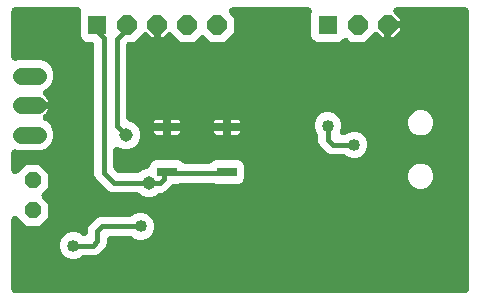
<source format=gbr>
G04 EAGLE Gerber RS-274X export*
G75*
%MOMM*%
%FSLAX34Y34*%
%LPD*%
%INBottom Copper*%
%IPPOS*%
%AMOC8*
5,1,8,0,0,1.08239X$1,22.5*%
G01*
%ADD10C,1.422400*%
%ADD11R,1.625600X1.625600*%
%ADD12P,1.759533X8X112.500000*%
%ADD13R,1.651000X0.762000*%
%ADD14P,1.539592X8X292.500000*%
%ADD15C,1.016000*%
%ADD16C,0.406400*%
%ADD17C,1.143000*%

G36*
X591896Y171253D02*
X591896Y171253D01*
X591972Y171251D01*
X592141Y171273D01*
X592312Y171287D01*
X592386Y171305D01*
X592461Y171315D01*
X592625Y171364D01*
X592791Y171405D01*
X592860Y171435D01*
X592934Y171457D01*
X593087Y171533D01*
X593244Y171600D01*
X593308Y171641D01*
X593377Y171674D01*
X593516Y171773D01*
X593660Y171865D01*
X593717Y171916D01*
X593779Y171960D01*
X593900Y172080D01*
X594028Y172194D01*
X594076Y172253D01*
X594130Y172307D01*
X594231Y172445D01*
X594338Y172578D01*
X594375Y172644D01*
X594420Y172705D01*
X594497Y172858D01*
X594582Y173006D01*
X594608Y173078D01*
X594643Y173146D01*
X594694Y173309D01*
X594753Y173469D01*
X594768Y173544D01*
X594791Y173616D01*
X594803Y173721D01*
X594848Y173953D01*
X594855Y174189D01*
X594867Y174294D01*
X594867Y409906D01*
X594861Y409982D01*
X594863Y410058D01*
X594841Y410227D01*
X594827Y410398D01*
X594809Y410472D01*
X594799Y410547D01*
X594750Y410711D01*
X594709Y410877D01*
X594679Y410946D01*
X594657Y411020D01*
X594581Y411173D01*
X594514Y411330D01*
X594473Y411394D01*
X594440Y411463D01*
X594341Y411602D01*
X594249Y411746D01*
X594198Y411803D01*
X594154Y411865D01*
X594034Y411986D01*
X593920Y412114D01*
X593861Y412162D01*
X593807Y412216D01*
X593669Y412317D01*
X593536Y412424D01*
X593470Y412461D01*
X593409Y412506D01*
X593256Y412583D01*
X593108Y412668D01*
X593036Y412694D01*
X592968Y412729D01*
X592805Y412780D01*
X592645Y412839D01*
X592570Y412854D01*
X592498Y412877D01*
X592393Y412889D01*
X592161Y412934D01*
X591925Y412941D01*
X591820Y412953D01*
X534051Y412953D01*
X534013Y412950D01*
X533975Y412952D01*
X533767Y412930D01*
X533560Y412913D01*
X533523Y412904D01*
X533485Y412900D01*
X533283Y412845D01*
X533081Y412795D01*
X533046Y412780D01*
X533009Y412769D01*
X532819Y412682D01*
X532627Y412600D01*
X532595Y412580D01*
X532561Y412564D01*
X532387Y412447D01*
X532211Y412335D01*
X532183Y412310D01*
X532151Y412288D01*
X531999Y412145D01*
X531843Y412006D01*
X531819Y411977D01*
X531792Y411951D01*
X531664Y411785D01*
X531533Y411622D01*
X531515Y411589D01*
X531491Y411559D01*
X531393Y411375D01*
X531289Y411194D01*
X531276Y411158D01*
X531258Y411124D01*
X531190Y410927D01*
X531118Y410731D01*
X531111Y410694D01*
X531098Y410658D01*
X531063Y410451D01*
X531023Y410247D01*
X531022Y410209D01*
X531016Y410171D01*
X531014Y409962D01*
X531008Y409754D01*
X531013Y409716D01*
X531013Y409678D01*
X531045Y409471D01*
X531072Y409265D01*
X531083Y409228D01*
X531089Y409191D01*
X531154Y408992D01*
X531215Y408793D01*
X531232Y408758D01*
X531243Y408722D01*
X531340Y408537D01*
X531432Y408349D01*
X531454Y408318D01*
X531471Y408284D01*
X531529Y408212D01*
X531717Y407947D01*
X531838Y407825D01*
X531897Y407751D01*
X536957Y402691D01*
X536957Y401319D01*
X526288Y401319D01*
X526212Y401313D01*
X526136Y401316D01*
X525967Y401293D01*
X525797Y401279D01*
X525723Y401261D01*
X525647Y401251D01*
X525483Y401202D01*
X525318Y401161D01*
X525248Y401131D01*
X525175Y401109D01*
X525021Y401034D01*
X524864Y400966D01*
X524800Y400925D01*
X524732Y400892D01*
X524592Y400793D01*
X524448Y400701D01*
X524392Y400650D01*
X524329Y400606D01*
X524208Y400486D01*
X524080Y400372D01*
X524032Y400313D01*
X523978Y400259D01*
X523877Y400121D01*
X523770Y399988D01*
X523732Y399922D01*
X523687Y399860D01*
X523611Y399708D01*
X523526Y399559D01*
X523499Y399488D01*
X523465Y399420D01*
X523414Y399257D01*
X523354Y399097D01*
X523340Y399022D01*
X523317Y398949D01*
X523305Y398845D01*
X523260Y398613D01*
X523252Y398377D01*
X523241Y398272D01*
X523241Y387603D01*
X521869Y387603D01*
X518257Y391215D01*
X518199Y391264D01*
X518147Y391320D01*
X518012Y391424D01*
X517881Y391534D01*
X517816Y391574D01*
X517756Y391620D01*
X517605Y391701D01*
X517459Y391789D01*
X517388Y391817D01*
X517321Y391853D01*
X517159Y391909D01*
X517001Y391972D01*
X516926Y391989D01*
X516854Y392013D01*
X516686Y392042D01*
X516519Y392079D01*
X516443Y392083D01*
X516368Y392096D01*
X516197Y392097D01*
X516026Y392107D01*
X515951Y392098D01*
X515874Y392099D01*
X515705Y392072D01*
X515536Y392054D01*
X515463Y392034D01*
X515387Y392022D01*
X515225Y391969D01*
X515060Y391924D01*
X514991Y391892D01*
X514919Y391868D01*
X514767Y391789D01*
X514612Y391718D01*
X514548Y391675D01*
X514481Y391640D01*
X514399Y391575D01*
X514202Y391443D01*
X514030Y391281D01*
X513948Y391215D01*
X506780Y384047D01*
X494996Y384047D01*
X492723Y386320D01*
X492665Y386369D01*
X492613Y386425D01*
X492478Y386528D01*
X492347Y386639D01*
X492282Y386679D01*
X492222Y386725D01*
X492071Y386806D01*
X491925Y386894D01*
X491854Y386922D01*
X491787Y386958D01*
X491625Y387014D01*
X491467Y387077D01*
X491392Y387093D01*
X491320Y387118D01*
X491152Y387147D01*
X490985Y387184D01*
X490909Y387188D01*
X490834Y387201D01*
X490663Y387202D01*
X490493Y387211D01*
X490417Y387203D01*
X490341Y387204D01*
X490172Y387177D01*
X490002Y387159D01*
X489929Y387139D01*
X489853Y387127D01*
X489691Y387074D01*
X489526Y387029D01*
X489457Y386997D01*
X489385Y386973D01*
X489233Y386894D01*
X489078Y386823D01*
X489015Y386780D01*
X488947Y386745D01*
X488865Y386679D01*
X488669Y386547D01*
X488496Y386386D01*
X488414Y386320D01*
X487069Y384975D01*
X484829Y384047D01*
X466147Y384047D01*
X463906Y384975D01*
X462191Y386690D01*
X461263Y388931D01*
X461263Y407613D01*
X461730Y408740D01*
X461786Y408912D01*
X461848Y409081D01*
X461861Y409146D01*
X461881Y409209D01*
X461908Y409388D01*
X461943Y409565D01*
X461945Y409631D01*
X461955Y409697D01*
X461953Y409878D01*
X461958Y410058D01*
X461950Y410124D01*
X461949Y410191D01*
X461917Y410368D01*
X461894Y410547D01*
X461875Y410611D01*
X461863Y410676D01*
X461804Y410847D01*
X461751Y411020D01*
X461722Y411079D01*
X461700Y411142D01*
X461614Y411300D01*
X461535Y411463D01*
X461496Y411517D01*
X461464Y411575D01*
X461353Y411718D01*
X461249Y411865D01*
X461202Y411912D01*
X461162Y411965D01*
X461029Y412088D01*
X460902Y412216D01*
X460849Y412255D01*
X460800Y412300D01*
X460649Y412400D01*
X460504Y412506D01*
X460444Y412536D01*
X460389Y412573D01*
X460224Y412647D01*
X460063Y412729D01*
X460000Y412749D01*
X459939Y412776D01*
X459765Y412823D01*
X459593Y412877D01*
X459540Y412883D01*
X459463Y412904D01*
X458972Y412953D01*
X458938Y412951D01*
X458915Y412953D01*
X394808Y412953D01*
X394770Y412950D01*
X394732Y412952D01*
X394524Y412930D01*
X394317Y412913D01*
X394279Y412904D01*
X394242Y412900D01*
X394040Y412845D01*
X393838Y412795D01*
X393803Y412780D01*
X393766Y412769D01*
X393576Y412682D01*
X393384Y412600D01*
X393352Y412580D01*
X393317Y412564D01*
X393144Y412447D01*
X392968Y412335D01*
X392940Y412310D01*
X392908Y412288D01*
X392756Y412145D01*
X392600Y412006D01*
X392576Y411977D01*
X392549Y411951D01*
X392421Y411784D01*
X392290Y411622D01*
X392272Y411590D01*
X392248Y411559D01*
X392149Y411375D01*
X392046Y411194D01*
X392033Y411158D01*
X392015Y411124D01*
X391947Y410927D01*
X391875Y410731D01*
X391868Y410694D01*
X391855Y410658D01*
X391820Y410451D01*
X391780Y410247D01*
X391779Y410209D01*
X391773Y410171D01*
X391771Y409962D01*
X391765Y409754D01*
X391770Y409716D01*
X391770Y409678D01*
X391802Y409471D01*
X391829Y409265D01*
X391840Y409228D01*
X391846Y409191D01*
X391911Y408992D01*
X391972Y408793D01*
X391988Y408758D01*
X392000Y408722D01*
X392097Y408537D01*
X392189Y408349D01*
X392211Y408318D01*
X392228Y408284D01*
X392286Y408212D01*
X392474Y407947D01*
X392595Y407825D01*
X392654Y407751D01*
X396241Y404164D01*
X396241Y392380D01*
X387908Y384047D01*
X376124Y384047D01*
X371471Y388700D01*
X371413Y388750D01*
X371360Y388805D01*
X371225Y388909D01*
X371095Y389020D01*
X371029Y389059D01*
X370969Y389106D01*
X370819Y389186D01*
X370672Y389275D01*
X370601Y389303D01*
X370534Y389339D01*
X370373Y389394D01*
X370214Y389458D01*
X370140Y389474D01*
X370068Y389499D01*
X369899Y389527D01*
X369732Y389564D01*
X369656Y389569D01*
X369581Y389581D01*
X369410Y389582D01*
X369240Y389592D01*
X369164Y389584D01*
X369088Y389584D01*
X368919Y389558D01*
X368749Y389540D01*
X368676Y389520D01*
X368601Y389508D01*
X368438Y389454D01*
X368274Y389409D01*
X368204Y389377D01*
X368132Y389354D01*
X367981Y389275D01*
X367825Y389203D01*
X367762Y389161D01*
X367694Y389126D01*
X367612Y389060D01*
X367416Y388928D01*
X367244Y388766D01*
X367161Y388700D01*
X362508Y384047D01*
X350724Y384047D01*
X343556Y391215D01*
X343498Y391264D01*
X343446Y391320D01*
X343310Y391424D01*
X343180Y391534D01*
X343115Y391574D01*
X343055Y391620D01*
X342904Y391701D01*
X342758Y391789D01*
X342687Y391817D01*
X342620Y391853D01*
X342458Y391909D01*
X342300Y391972D01*
X342225Y391989D01*
X342153Y392013D01*
X341985Y392042D01*
X341818Y392079D01*
X341742Y392083D01*
X341667Y392096D01*
X341496Y392097D01*
X341325Y392107D01*
X341250Y392098D01*
X341173Y392099D01*
X341004Y392072D01*
X340835Y392054D01*
X340762Y392034D01*
X340686Y392022D01*
X340524Y391969D01*
X340359Y391924D01*
X340290Y391892D01*
X340218Y391868D01*
X340066Y391789D01*
X339911Y391718D01*
X339848Y391675D01*
X339780Y391640D01*
X339698Y391575D01*
X339501Y391443D01*
X339329Y391281D01*
X339247Y391215D01*
X335635Y387603D01*
X334263Y387603D01*
X334263Y398272D01*
X334257Y398348D01*
X334260Y398424D01*
X334237Y398593D01*
X334223Y398763D01*
X334205Y398837D01*
X334195Y398913D01*
X334146Y399077D01*
X334105Y399242D01*
X334075Y399312D01*
X334053Y399385D01*
X333978Y399539D01*
X333910Y399696D01*
X333869Y399760D01*
X333836Y399828D01*
X333737Y399968D01*
X333645Y400112D01*
X333594Y400168D01*
X333550Y400231D01*
X333430Y400352D01*
X333316Y400480D01*
X333257Y400527D01*
X333204Y400582D01*
X333065Y400682D01*
X332933Y400789D01*
X332866Y400827D01*
X332805Y400872D01*
X332652Y400949D01*
X332504Y401033D01*
X332432Y401060D01*
X332364Y401094D01*
X332202Y401146D01*
X332041Y401205D01*
X331967Y401220D01*
X331894Y401243D01*
X331789Y401254D01*
X331557Y401300D01*
X331321Y401307D01*
X331216Y401319D01*
X331140Y401313D01*
X331064Y401315D01*
X330894Y401293D01*
X330724Y401279D01*
X330650Y401261D01*
X330575Y401251D01*
X330411Y401201D01*
X330245Y401160D01*
X330175Y401130D01*
X330102Y401108D01*
X329949Y401033D01*
X329792Y400966D01*
X329728Y400925D01*
X329659Y400891D01*
X329520Y400792D01*
X329376Y400701D01*
X329319Y400650D01*
X329257Y400606D01*
X329135Y400486D01*
X329008Y400372D01*
X328960Y400313D01*
X328906Y400259D01*
X328805Y400121D01*
X328698Y399988D01*
X328660Y399922D01*
X328615Y399860D01*
X328539Y399708D01*
X328454Y399559D01*
X328427Y399488D01*
X328393Y399420D01*
X328342Y399257D01*
X328282Y399097D01*
X328268Y399022D01*
X328245Y398949D01*
X328233Y398845D01*
X328188Y398613D01*
X328180Y398377D01*
X328169Y398272D01*
X328169Y387603D01*
X326797Y387603D01*
X323185Y391215D01*
X323127Y391264D01*
X323075Y391320D01*
X322940Y391424D01*
X322809Y391534D01*
X322744Y391574D01*
X322684Y391620D01*
X322533Y391701D01*
X322387Y391789D01*
X322316Y391817D01*
X322249Y391853D01*
X322087Y391909D01*
X321929Y391972D01*
X321854Y391989D01*
X321782Y392013D01*
X321614Y392042D01*
X321447Y392079D01*
X321371Y392083D01*
X321296Y392096D01*
X321125Y392097D01*
X320954Y392107D01*
X320879Y392098D01*
X320802Y392099D01*
X320633Y392072D01*
X320464Y392054D01*
X320391Y392034D01*
X320315Y392022D01*
X320153Y391969D01*
X319988Y391924D01*
X319919Y391892D01*
X319847Y391868D01*
X319695Y391789D01*
X319540Y391718D01*
X319476Y391675D01*
X319409Y391640D01*
X319327Y391575D01*
X319130Y391443D01*
X318958Y391281D01*
X318876Y391215D01*
X311708Y384047D01*
X307848Y384047D01*
X307772Y384041D01*
X307696Y384043D01*
X307527Y384021D01*
X307356Y384007D01*
X307282Y383989D01*
X307207Y383979D01*
X307043Y383930D01*
X306877Y383889D01*
X306808Y383859D01*
X306734Y383837D01*
X306581Y383761D01*
X306424Y383694D01*
X306360Y383653D01*
X306291Y383620D01*
X306152Y383521D01*
X306008Y383429D01*
X305951Y383378D01*
X305889Y383334D01*
X305768Y383214D01*
X305640Y383100D01*
X305592Y383041D01*
X305538Y382987D01*
X305437Y382849D01*
X305330Y382716D01*
X305293Y382650D01*
X305248Y382589D01*
X305171Y382436D01*
X305086Y382288D01*
X305060Y382216D01*
X305025Y382148D01*
X304974Y381985D01*
X304915Y381825D01*
X304900Y381750D01*
X304877Y381678D01*
X304865Y381573D01*
X304820Y381341D01*
X304813Y381105D01*
X304801Y381000D01*
X304801Y319621D01*
X304818Y319403D01*
X304832Y319185D01*
X304838Y319157D01*
X304841Y319129D01*
X304893Y318917D01*
X304942Y318704D01*
X304953Y318678D01*
X304959Y318650D01*
X305045Y318450D01*
X305128Y318247D01*
X305143Y318223D01*
X305154Y318197D01*
X305271Y318013D01*
X305385Y317826D01*
X305404Y317805D01*
X305419Y317781D01*
X305564Y317618D01*
X305707Y317452D01*
X305729Y317434D01*
X305748Y317413D01*
X305918Y317276D01*
X306085Y317135D01*
X306105Y317124D01*
X306132Y317103D01*
X306560Y316859D01*
X306636Y316831D01*
X306682Y316805D01*
X311491Y314814D01*
X314814Y311491D01*
X316612Y307150D01*
X316612Y302450D01*
X314814Y298109D01*
X311491Y294786D01*
X307150Y292988D01*
X302451Y292988D01*
X298092Y294794D01*
X297921Y294849D01*
X297751Y294912D01*
X297686Y294924D01*
X297623Y294945D01*
X297444Y294972D01*
X297267Y295006D01*
X297201Y295008D01*
X297135Y295018D01*
X296954Y295016D01*
X296774Y295022D01*
X296708Y295013D01*
X296641Y295012D01*
X296464Y294981D01*
X296285Y294957D01*
X296221Y294938D01*
X296156Y294927D01*
X295986Y294867D01*
X295812Y294815D01*
X295753Y294786D01*
X295690Y294764D01*
X295532Y294677D01*
X295369Y294598D01*
X295315Y294559D01*
X295257Y294528D01*
X295114Y294417D01*
X294967Y294312D01*
X294920Y294266D01*
X294867Y294225D01*
X294744Y294092D01*
X294616Y293966D01*
X294577Y293912D01*
X294532Y293863D01*
X294432Y293713D01*
X294326Y293567D01*
X294296Y293508D01*
X294259Y293452D01*
X294185Y293288D01*
X294103Y293127D01*
X294083Y293063D01*
X294056Y293002D01*
X294009Y292828D01*
X293955Y292656D01*
X293949Y292603D01*
X293928Y292526D01*
X293879Y292035D01*
X293881Y292002D01*
X293879Y291978D01*
X293879Y277679D01*
X293888Y277566D01*
X293887Y277451D01*
X293908Y277320D01*
X293919Y277188D01*
X293946Y277077D01*
X293964Y276964D01*
X294005Y276838D01*
X294037Y276709D01*
X294082Y276604D01*
X294118Y276495D01*
X294180Y276377D01*
X294232Y276255D01*
X294293Y276159D01*
X294346Y276058D01*
X294405Y275984D01*
X294497Y275839D01*
X294713Y275597D01*
X294771Y275525D01*
X296861Y273435D01*
X296947Y273361D01*
X297028Y273280D01*
X297135Y273202D01*
X297236Y273116D01*
X297334Y273057D01*
X297427Y272990D01*
X297545Y272930D01*
X297659Y272861D01*
X297765Y272819D01*
X297867Y272767D01*
X297994Y272727D01*
X298117Y272678D01*
X298228Y272653D01*
X298338Y272619D01*
X298431Y272609D01*
X298599Y272571D01*
X298923Y272553D01*
X299015Y272543D01*
X314012Y272543D01*
X314126Y272552D01*
X314240Y272551D01*
X314372Y272572D01*
X314504Y272583D01*
X314615Y272610D01*
X314728Y272628D01*
X314854Y272669D01*
X314983Y272701D01*
X315088Y272746D01*
X315196Y272782D01*
X315314Y272844D01*
X315436Y272896D01*
X315532Y272957D01*
X315634Y273010D01*
X315707Y273069D01*
X315852Y273161D01*
X316094Y273377D01*
X316167Y273435D01*
X317159Y274428D01*
X321500Y276226D01*
X321981Y276226D01*
X322199Y276243D01*
X322416Y276257D01*
X322444Y276263D01*
X322472Y276266D01*
X322685Y276318D01*
X322897Y276367D01*
X322924Y276378D01*
X322951Y276384D01*
X323152Y276471D01*
X323354Y276553D01*
X323378Y276568D01*
X323405Y276579D01*
X323589Y276696D01*
X323775Y276810D01*
X323797Y276829D01*
X323821Y276844D01*
X323983Y276989D01*
X324149Y277132D01*
X324167Y277154D01*
X324189Y277173D01*
X324325Y277342D01*
X324466Y277510D01*
X324478Y277531D01*
X324499Y277557D01*
X324743Y277985D01*
X324771Y278061D01*
X324796Y278107D01*
X325920Y280822D01*
X327635Y282537D01*
X329876Y283465D01*
X348812Y283465D01*
X351053Y282537D01*
X352026Y281563D01*
X352113Y281489D01*
X352193Y281408D01*
X352300Y281330D01*
X352402Y281244D01*
X352500Y281185D01*
X352592Y281118D01*
X352710Y281058D01*
X352824Y280989D01*
X352931Y280947D01*
X353032Y280895D01*
X353159Y280855D01*
X353282Y280806D01*
X353394Y280781D01*
X353503Y280747D01*
X353596Y280737D01*
X353764Y280699D01*
X354088Y280681D01*
X354181Y280671D01*
X375307Y280671D01*
X375421Y280680D01*
X375535Y280679D01*
X375667Y280700D01*
X375799Y280711D01*
X375910Y280738D01*
X376023Y280756D01*
X376149Y280797D01*
X376278Y280829D01*
X376383Y280874D01*
X376491Y280910D01*
X376609Y280972D01*
X376731Y281024D01*
X376828Y281085D01*
X376929Y281138D01*
X377003Y281197D01*
X377147Y281289D01*
X377390Y281505D01*
X377462Y281563D01*
X378435Y282537D01*
X380676Y283465D01*
X399612Y283465D01*
X401853Y282537D01*
X403568Y280822D01*
X404496Y278581D01*
X404496Y268535D01*
X403568Y266294D01*
X401853Y264579D01*
X399612Y263651D01*
X380676Y263651D01*
X379397Y264181D01*
X379387Y264184D01*
X379379Y264189D01*
X379151Y264261D01*
X378927Y264333D01*
X378918Y264334D01*
X378908Y264337D01*
X378868Y264341D01*
X378439Y264406D01*
X378309Y264404D01*
X378231Y264413D01*
X351257Y264413D01*
X351248Y264412D01*
X351238Y264413D01*
X351003Y264393D01*
X350766Y264373D01*
X350756Y264371D01*
X350747Y264370D01*
X350708Y264359D01*
X350287Y264255D01*
X350167Y264203D01*
X350091Y264181D01*
X348812Y263651D01*
X345497Y263651D01*
X345384Y263642D01*
X345269Y263643D01*
X345138Y263622D01*
X345006Y263611D01*
X344895Y263584D01*
X344782Y263566D01*
X344656Y263525D01*
X344527Y263493D01*
X344422Y263448D01*
X344313Y263412D01*
X344195Y263350D01*
X344073Y263298D01*
X343977Y263237D01*
X343876Y263184D01*
X343802Y263125D01*
X343657Y263033D01*
X343415Y262817D01*
X343343Y262759D01*
X337853Y257269D01*
X334865Y256031D01*
X333434Y256031D01*
X333320Y256022D01*
X333206Y256023D01*
X333074Y256002D01*
X332942Y255991D01*
X332831Y255964D01*
X332718Y255946D01*
X332592Y255905D01*
X332463Y255873D01*
X332358Y255828D01*
X332250Y255792D01*
X332132Y255730D01*
X332010Y255678D01*
X331914Y255617D01*
X331812Y255564D01*
X331739Y255505D01*
X331594Y255413D01*
X331352Y255197D01*
X331279Y255139D01*
X330541Y254400D01*
X326200Y252602D01*
X321500Y252602D01*
X317159Y254400D01*
X316167Y255393D01*
X316080Y255467D01*
X316000Y255548D01*
X315892Y255626D01*
X315791Y255712D01*
X315693Y255771D01*
X315601Y255838D01*
X315482Y255898D01*
X315368Y255967D01*
X315262Y256009D01*
X315160Y256061D01*
X315034Y256101D01*
X314910Y256150D01*
X314799Y256175D01*
X314690Y256209D01*
X314596Y256219D01*
X314429Y256257D01*
X314104Y256275D01*
X314012Y256285D01*
X292769Y256285D01*
X289781Y257523D01*
X278859Y268445D01*
X277621Y271433D01*
X277621Y381000D01*
X277615Y381076D01*
X277617Y381152D01*
X277595Y381321D01*
X277581Y381492D01*
X277563Y381566D01*
X277553Y381641D01*
X277504Y381805D01*
X277463Y381971D01*
X277433Y382040D01*
X277411Y382114D01*
X277335Y382267D01*
X277268Y382424D01*
X277227Y382488D01*
X277194Y382557D01*
X277095Y382696D01*
X277003Y382840D01*
X276952Y382897D01*
X276908Y382959D01*
X276788Y383080D01*
X276674Y383208D01*
X276615Y383256D01*
X276561Y383310D01*
X276423Y383411D01*
X276290Y383518D01*
X276224Y383555D01*
X276163Y383600D01*
X276010Y383677D01*
X275862Y383762D01*
X275790Y383788D01*
X275722Y383823D01*
X275559Y383874D01*
X275399Y383933D01*
X275324Y383948D01*
X275252Y383971D01*
X275147Y383983D01*
X274915Y384028D01*
X274679Y384035D01*
X274574Y384047D01*
X271075Y384047D01*
X268834Y384975D01*
X267119Y386690D01*
X266191Y388931D01*
X266191Y407613D01*
X266658Y408740D01*
X266714Y408912D01*
X266776Y409081D01*
X266789Y409146D01*
X266809Y409209D01*
X266836Y409388D01*
X266871Y409565D01*
X266873Y409631D01*
X266883Y409697D01*
X266881Y409878D01*
X266886Y410058D01*
X266878Y410124D01*
X266877Y410191D01*
X266845Y410368D01*
X266822Y410547D01*
X266803Y410611D01*
X266791Y410676D01*
X266732Y410847D01*
X266679Y411020D01*
X266650Y411079D01*
X266628Y411142D01*
X266542Y411300D01*
X266463Y411463D01*
X266424Y411517D01*
X266392Y411575D01*
X266281Y411718D01*
X266177Y411865D01*
X266130Y411912D01*
X266090Y411965D01*
X265957Y412088D01*
X265830Y412216D01*
X265777Y412255D01*
X265728Y412300D01*
X265577Y412400D01*
X265432Y412506D01*
X265372Y412536D01*
X265317Y412573D01*
X265152Y412647D01*
X264991Y412729D01*
X264928Y412749D01*
X264867Y412776D01*
X264693Y412823D01*
X264521Y412877D01*
X264468Y412883D01*
X264391Y412904D01*
X263900Y412953D01*
X263866Y412951D01*
X263843Y412953D01*
X210692Y412953D01*
X210616Y412947D01*
X210540Y412949D01*
X210371Y412927D01*
X210200Y412913D01*
X210126Y412895D01*
X210051Y412885D01*
X209887Y412836D01*
X209721Y412795D01*
X209652Y412765D01*
X209578Y412743D01*
X209425Y412667D01*
X209268Y412600D01*
X209204Y412559D01*
X209135Y412526D01*
X208996Y412427D01*
X208852Y412335D01*
X208795Y412284D01*
X208733Y412240D01*
X208612Y412120D01*
X208484Y412006D01*
X208436Y411947D01*
X208382Y411893D01*
X208281Y411755D01*
X208174Y411622D01*
X208137Y411556D01*
X208092Y411495D01*
X208015Y411342D01*
X207930Y411194D01*
X207904Y411122D01*
X207869Y411054D01*
X207818Y410891D01*
X207759Y410731D01*
X207744Y410656D01*
X207721Y410584D01*
X207709Y410479D01*
X207664Y410247D01*
X207657Y410011D01*
X207645Y409906D01*
X207645Y370760D01*
X207659Y370580D01*
X207666Y370400D01*
X207679Y370335D01*
X207685Y370269D01*
X207728Y370093D01*
X207764Y369917D01*
X207787Y369854D01*
X207803Y369790D01*
X207875Y369624D01*
X207938Y369455D01*
X207972Y369397D01*
X207998Y369336D01*
X208095Y369184D01*
X208185Y369028D01*
X208227Y368976D01*
X208263Y368920D01*
X208383Y368786D01*
X208498Y368646D01*
X208547Y368602D01*
X208592Y368552D01*
X208732Y368439D01*
X208867Y368320D01*
X208924Y368284D01*
X208976Y368242D01*
X209132Y368153D01*
X209285Y368057D01*
X209346Y368031D01*
X209404Y367998D01*
X209574Y367936D01*
X209740Y367866D01*
X209804Y367850D01*
X209867Y367827D01*
X210044Y367792D01*
X210219Y367750D01*
X210286Y367745D01*
X210351Y367732D01*
X210531Y367727D01*
X210711Y367713D01*
X210778Y367719D01*
X210844Y367717D01*
X211023Y367740D01*
X211203Y367756D01*
X211253Y367771D01*
X211333Y367781D01*
X211805Y367924D01*
X211836Y367939D01*
X211858Y367945D01*
X213007Y368421D01*
X232485Y368421D01*
X237340Y366410D01*
X241056Y362694D01*
X243067Y357839D01*
X243067Y352585D01*
X241056Y347730D01*
X237340Y344014D01*
X235962Y343443D01*
X235808Y343364D01*
X235651Y343293D01*
X235589Y343252D01*
X235523Y343218D01*
X235384Y343116D01*
X235240Y343020D01*
X235186Y342969D01*
X235126Y342925D01*
X235006Y342802D01*
X234879Y342684D01*
X234833Y342625D01*
X234782Y342572D01*
X234682Y342431D01*
X234576Y342294D01*
X234541Y342229D01*
X234499Y342168D01*
X234424Y342012D01*
X234341Y341860D01*
X234317Y341790D01*
X234285Y341724D01*
X234236Y341558D01*
X234179Y341394D01*
X234166Y341321D01*
X234145Y341250D01*
X234124Y341079D01*
X234094Y340908D01*
X234093Y340834D01*
X234084Y340761D01*
X234090Y340588D01*
X234088Y340415D01*
X234099Y340342D01*
X234102Y340268D01*
X234136Y340099D01*
X234162Y339927D01*
X234185Y339857D01*
X234200Y339784D01*
X234261Y339623D01*
X234314Y339458D01*
X234348Y339392D01*
X234374Y339323D01*
X234461Y339173D01*
X234540Y339019D01*
X234584Y338960D01*
X234621Y338896D01*
X234731Y338762D01*
X234834Y338623D01*
X234876Y338584D01*
X234934Y338514D01*
X235303Y338187D01*
X235324Y338174D01*
X235337Y338163D01*
X236146Y337575D01*
X237221Y336500D01*
X238114Y335271D01*
X238804Y333917D01*
X239017Y333259D01*
X222746Y333259D01*
X222670Y333253D01*
X222594Y333256D01*
X222425Y333233D01*
X222255Y333219D01*
X222181Y333201D01*
X222105Y333191D01*
X221941Y333142D01*
X221776Y333101D01*
X221706Y333071D01*
X221633Y333049D01*
X221479Y332974D01*
X221322Y332906D01*
X221258Y332865D01*
X221190Y332832D01*
X221050Y332733D01*
X220906Y332641D01*
X220850Y332590D01*
X220787Y332546D01*
X220666Y332426D01*
X220538Y332312D01*
X220491Y332253D01*
X220436Y332200D01*
X220336Y332061D01*
X220229Y331929D01*
X220191Y331862D01*
X220146Y331801D01*
X220069Y331648D01*
X219985Y331500D01*
X219958Y331428D01*
X219924Y331360D01*
X219872Y331198D01*
X219813Y331037D01*
X219798Y330963D01*
X219775Y330890D01*
X219764Y330785D01*
X219718Y330553D01*
X219711Y330317D01*
X219699Y330212D01*
X219705Y330136D01*
X219703Y330060D01*
X219725Y329890D01*
X219739Y329720D01*
X219757Y329646D01*
X219767Y329571D01*
X219817Y329407D01*
X219858Y329241D01*
X219888Y329171D01*
X219910Y329098D01*
X219985Y328945D01*
X220052Y328788D01*
X220093Y328724D01*
X220127Y328655D01*
X220226Y328516D01*
X220317Y328372D01*
X220368Y328315D01*
X220412Y328253D01*
X220532Y328131D01*
X220646Y328004D01*
X220705Y327956D01*
X220759Y327902D01*
X220897Y327801D01*
X221030Y327694D01*
X221096Y327656D01*
X221158Y327611D01*
X221310Y327535D01*
X221459Y327450D01*
X221530Y327423D01*
X221598Y327389D01*
X221761Y327338D01*
X221921Y327278D01*
X221996Y327264D01*
X222069Y327241D01*
X222173Y327229D01*
X222405Y327184D01*
X222641Y327176D01*
X222746Y327165D01*
X239017Y327165D01*
X238804Y326507D01*
X238114Y325153D01*
X237221Y323924D01*
X236146Y322849D01*
X235337Y322261D01*
X235206Y322149D01*
X235069Y322043D01*
X235019Y321988D01*
X234963Y321940D01*
X234851Y321808D01*
X234734Y321681D01*
X234693Y321619D01*
X234645Y321562D01*
X234557Y321414D01*
X234461Y321270D01*
X234430Y321202D01*
X234393Y321139D01*
X234329Y320978D01*
X234258Y320820D01*
X234239Y320748D01*
X234212Y320680D01*
X234175Y320511D01*
X234130Y320344D01*
X234123Y320270D01*
X234107Y320197D01*
X234099Y320025D01*
X234081Y319853D01*
X234086Y319779D01*
X234082Y319705D01*
X234101Y319533D01*
X234112Y319360D01*
X234129Y319288D01*
X234137Y319214D01*
X234183Y319048D01*
X234222Y318879D01*
X234250Y318811D01*
X234270Y318739D01*
X234343Y318583D01*
X234408Y318422D01*
X234447Y318359D01*
X234478Y318292D01*
X234575Y318149D01*
X234665Y318002D01*
X234714Y317945D01*
X234755Y317884D01*
X234874Y317759D01*
X234987Y317628D01*
X235044Y317580D01*
X235095Y317526D01*
X235233Y317422D01*
X235365Y317311D01*
X235416Y317282D01*
X235488Y317228D01*
X235924Y316997D01*
X235947Y316989D01*
X235962Y316981D01*
X237340Y316410D01*
X241056Y312694D01*
X243067Y307839D01*
X243067Y302585D01*
X241056Y297730D01*
X237340Y294014D01*
X232485Y292003D01*
X213007Y292003D01*
X211858Y292479D01*
X211687Y292534D01*
X211517Y292597D01*
X211452Y292610D01*
X211389Y292630D01*
X211210Y292657D01*
X211033Y292692D01*
X210967Y292694D01*
X210901Y292704D01*
X210720Y292702D01*
X210540Y292707D01*
X210474Y292698D01*
X210407Y292698D01*
X210230Y292666D01*
X210051Y292643D01*
X209987Y292623D01*
X209922Y292612D01*
X209751Y292552D01*
X209578Y292500D01*
X209519Y292471D01*
X209456Y292449D01*
X209298Y292363D01*
X209135Y292283D01*
X209081Y292245D01*
X209023Y292213D01*
X208880Y292102D01*
X208733Y291998D01*
X208686Y291951D01*
X208633Y291910D01*
X208510Y291778D01*
X208382Y291651D01*
X208343Y291597D01*
X208298Y291549D01*
X208198Y291398D01*
X208092Y291252D01*
X208062Y291193D01*
X208025Y291138D01*
X207951Y290973D01*
X207869Y290812D01*
X207849Y290748D01*
X207822Y290688D01*
X207775Y290514D01*
X207721Y290341D01*
X207715Y290289D01*
X207694Y290211D01*
X207645Y289720D01*
X207647Y289687D01*
X207645Y289664D01*
X207645Y274575D01*
X207648Y274537D01*
X207646Y274499D01*
X207668Y274292D01*
X207685Y274084D01*
X207694Y274047D01*
X207698Y274009D01*
X207753Y273808D01*
X207803Y273605D01*
X207818Y273570D01*
X207829Y273533D01*
X207916Y273343D01*
X207998Y273151D01*
X208018Y273119D01*
X208034Y273085D01*
X208151Y272911D01*
X208263Y272735D01*
X208288Y272707D01*
X208310Y272675D01*
X208453Y272523D01*
X208592Y272368D01*
X208621Y272344D01*
X208647Y272316D01*
X208813Y272189D01*
X208976Y272058D01*
X209009Y272039D01*
X209039Y272016D01*
X209223Y271917D01*
X209404Y271814D01*
X209440Y271800D01*
X209474Y271782D01*
X209671Y271715D01*
X209867Y271642D01*
X209904Y271635D01*
X209940Y271622D01*
X210147Y271587D01*
X210351Y271547D01*
X210389Y271546D01*
X210427Y271540D01*
X210636Y271538D01*
X210844Y271532D01*
X210882Y271537D01*
X210920Y271537D01*
X211127Y271569D01*
X211333Y271596D01*
X211370Y271607D01*
X211407Y271613D01*
X211606Y271679D01*
X211805Y271739D01*
X211840Y271756D01*
X211876Y271768D01*
X212061Y271864D01*
X212249Y271956D01*
X212280Y271978D01*
X212314Y271995D01*
X212386Y272053D01*
X212651Y272241D01*
X212773Y272362D01*
X212847Y272421D01*
X220335Y279909D01*
X231277Y279909D01*
X239015Y272171D01*
X239015Y261229D01*
X233941Y256155D01*
X233891Y256097D01*
X233836Y256045D01*
X233732Y255909D01*
X233621Y255779D01*
X233582Y255713D01*
X233536Y255653D01*
X233455Y255503D01*
X233367Y255356D01*
X233338Y255286D01*
X233302Y255218D01*
X233247Y255057D01*
X233184Y254898D01*
X233167Y254824D01*
X233142Y254752D01*
X233114Y254583D01*
X233077Y254417D01*
X233072Y254340D01*
X233060Y254265D01*
X233059Y254094D01*
X233049Y253924D01*
X233057Y253848D01*
X233057Y253772D01*
X233083Y253603D01*
X233101Y253433D01*
X233121Y253360D01*
X233133Y253285D01*
X233187Y253122D01*
X233232Y252958D01*
X233264Y252888D01*
X233288Y252816D01*
X233366Y252665D01*
X233438Y252509D01*
X233480Y252446D01*
X233515Y252378D01*
X233581Y252296D01*
X233713Y252100D01*
X233875Y251927D01*
X233941Y251845D01*
X239015Y246771D01*
X239015Y235829D01*
X231277Y228091D01*
X220335Y228091D01*
X212847Y235579D01*
X212818Y235604D01*
X212792Y235632D01*
X212630Y235763D01*
X212471Y235899D01*
X212438Y235919D01*
X212408Y235942D01*
X212227Y236046D01*
X212048Y236153D01*
X212013Y236168D01*
X211980Y236186D01*
X211784Y236259D01*
X211590Y236336D01*
X211553Y236345D01*
X211517Y236358D01*
X211312Y236398D01*
X211108Y236443D01*
X211070Y236445D01*
X211033Y236453D01*
X210825Y236459D01*
X210616Y236471D01*
X210578Y236467D01*
X210540Y236468D01*
X210333Y236441D01*
X210125Y236419D01*
X210089Y236409D01*
X210051Y236404D01*
X209851Y236343D01*
X209650Y236288D01*
X209615Y236272D01*
X209578Y236261D01*
X209391Y236169D01*
X209201Y236082D01*
X209169Y236061D01*
X209135Y236044D01*
X208966Y235924D01*
X208792Y235807D01*
X208764Y235781D01*
X208733Y235759D01*
X208585Y235612D01*
X208432Y235469D01*
X208409Y235439D01*
X208382Y235412D01*
X208259Y235243D01*
X208132Y235078D01*
X208114Y235044D01*
X208092Y235013D01*
X207998Y234827D01*
X207899Y234643D01*
X207886Y234607D01*
X207869Y234573D01*
X207807Y234374D01*
X207739Y234176D01*
X207733Y234139D01*
X207721Y234102D01*
X207711Y234010D01*
X207656Y233690D01*
X207655Y233518D01*
X207645Y233425D01*
X207645Y174294D01*
X207651Y174218D01*
X207649Y174142D01*
X207671Y173973D01*
X207685Y173802D01*
X207703Y173728D01*
X207713Y173653D01*
X207762Y173489D01*
X207803Y173323D01*
X207833Y173254D01*
X207855Y173180D01*
X207931Y173027D01*
X207998Y172870D01*
X208039Y172806D01*
X208072Y172737D01*
X208171Y172598D01*
X208263Y172454D01*
X208314Y172397D01*
X208358Y172335D01*
X208478Y172214D01*
X208592Y172086D01*
X208651Y172038D01*
X208705Y171984D01*
X208843Y171883D01*
X208976Y171776D01*
X209042Y171739D01*
X209103Y171694D01*
X209256Y171617D01*
X209404Y171532D01*
X209476Y171506D01*
X209544Y171471D01*
X209707Y171420D01*
X209867Y171361D01*
X209942Y171346D01*
X210014Y171323D01*
X210119Y171311D01*
X210351Y171266D01*
X210587Y171259D01*
X210692Y171247D01*
X591820Y171247D01*
X591896Y171253D01*
G37*
%LPC*%
G36*
X257873Y200151D02*
X257873Y200151D01*
X253765Y201853D01*
X250621Y204997D01*
X248919Y209105D01*
X248919Y213551D01*
X250621Y217659D01*
X253765Y220803D01*
X257873Y222505D01*
X262319Y222505D01*
X266427Y220803D01*
X266881Y220349D01*
X266968Y220275D01*
X267048Y220194D01*
X267156Y220116D01*
X267257Y220030D01*
X267355Y219971D01*
X267447Y219904D01*
X267565Y219844D01*
X267680Y219775D01*
X267786Y219733D01*
X267888Y219681D01*
X268014Y219641D01*
X268138Y219592D01*
X268249Y219567D01*
X268358Y219533D01*
X268452Y219523D01*
X268619Y219485D01*
X268944Y219467D01*
X269036Y219457D01*
X269240Y219457D01*
X269316Y219463D01*
X269392Y219461D01*
X269561Y219483D01*
X269732Y219497D01*
X269806Y219515D01*
X269881Y219525D01*
X270045Y219574D01*
X270211Y219615D01*
X270280Y219645D01*
X270354Y219667D01*
X270507Y219743D01*
X270664Y219810D01*
X270728Y219851D01*
X270797Y219884D01*
X270936Y219983D01*
X271080Y220075D01*
X271137Y220126D01*
X271199Y220170D01*
X271320Y220290D01*
X271448Y220404D01*
X271496Y220463D01*
X271550Y220517D01*
X271651Y220655D01*
X271758Y220788D01*
X271795Y220854D01*
X271840Y220915D01*
X271917Y221068D01*
X272002Y221216D01*
X272028Y221288D01*
X272063Y221356D01*
X272114Y221519D01*
X272173Y221679D01*
X272188Y221754D01*
X272211Y221826D01*
X272223Y221931D01*
X272268Y222163D01*
X272275Y222399D01*
X272287Y222504D01*
X272287Y225137D01*
X273525Y228125D01*
X279875Y234475D01*
X282863Y235713D01*
X308052Y235713D01*
X308166Y235722D01*
X308280Y235721D01*
X308412Y235742D01*
X308544Y235753D01*
X308655Y235780D01*
X308768Y235798D01*
X308894Y235839D01*
X309023Y235871D01*
X309128Y235916D01*
X309236Y235952D01*
X309354Y236013D01*
X309476Y236066D01*
X309573Y236127D01*
X309674Y236180D01*
X309747Y236239D01*
X309892Y236331D01*
X310134Y236547D01*
X310207Y236605D01*
X310661Y237059D01*
X314769Y238761D01*
X319215Y238761D01*
X323323Y237059D01*
X326467Y233915D01*
X328169Y229807D01*
X328169Y225361D01*
X326467Y221253D01*
X323323Y218109D01*
X319215Y216407D01*
X314769Y216407D01*
X310661Y218109D01*
X310207Y218563D01*
X310120Y218637D01*
X310040Y218718D01*
X309932Y218796D01*
X309831Y218882D01*
X309733Y218941D01*
X309641Y219008D01*
X309522Y219068D01*
X309409Y219137D01*
X309302Y219179D01*
X309201Y219231D01*
X309074Y219271D01*
X308950Y219320D01*
X308839Y219345D01*
X308730Y219379D01*
X308637Y219389D01*
X308469Y219427D01*
X308144Y219445D01*
X308052Y219455D01*
X291592Y219455D01*
X291516Y219449D01*
X291440Y219451D01*
X291271Y219429D01*
X291100Y219415D01*
X291026Y219397D01*
X290951Y219387D01*
X290787Y219338D01*
X290621Y219297D01*
X290552Y219267D01*
X290478Y219245D01*
X290325Y219169D01*
X290168Y219102D01*
X290104Y219061D01*
X290035Y219028D01*
X289896Y218929D01*
X289752Y218837D01*
X289695Y218786D01*
X289633Y218742D01*
X289512Y218622D01*
X289384Y218508D01*
X289336Y218449D01*
X289282Y218395D01*
X289181Y218257D01*
X289074Y218124D01*
X289037Y218058D01*
X288992Y217997D01*
X288915Y217844D01*
X288830Y217696D01*
X288804Y217624D01*
X288769Y217556D01*
X288718Y217393D01*
X288659Y217233D01*
X288644Y217158D01*
X288621Y217086D01*
X288609Y216981D01*
X288564Y216749D01*
X288557Y216513D01*
X288545Y216408D01*
X288545Y213775D01*
X287307Y210787D01*
X280957Y204437D01*
X277969Y203199D01*
X269036Y203199D01*
X268922Y203190D01*
X268808Y203191D01*
X268676Y203170D01*
X268544Y203159D01*
X268433Y203132D01*
X268320Y203114D01*
X268194Y203073D01*
X268065Y203041D01*
X267960Y202996D01*
X267852Y202960D01*
X267734Y202898D01*
X267612Y202846D01*
X267516Y202785D01*
X267414Y202732D01*
X267341Y202673D01*
X267196Y202581D01*
X266954Y202365D01*
X266881Y202307D01*
X266427Y201853D01*
X262319Y200151D01*
X257873Y200151D01*
G37*
%LPD*%
%LPC*%
G36*
X495617Y285495D02*
X495617Y285495D01*
X491509Y287197D01*
X491055Y287651D01*
X490968Y287725D01*
X490888Y287806D01*
X490780Y287884D01*
X490679Y287970D01*
X490581Y288029D01*
X490489Y288096D01*
X490371Y288156D01*
X490256Y288225D01*
X490150Y288267D01*
X490048Y288319D01*
X489922Y288359D01*
X489798Y288408D01*
X489687Y288433D01*
X489578Y288467D01*
X489484Y288477D01*
X489317Y288515D01*
X488992Y288533D01*
X488900Y288543D01*
X477935Y288543D01*
X474947Y289781D01*
X468597Y296131D01*
X467359Y299119D01*
X467359Y303988D01*
X467350Y304102D01*
X467351Y304216D01*
X467330Y304348D01*
X467319Y304480D01*
X467292Y304591D01*
X467274Y304704D01*
X467233Y304830D01*
X467201Y304959D01*
X467156Y305064D01*
X467120Y305172D01*
X467058Y305290D01*
X467006Y305412D01*
X466945Y305508D01*
X466892Y305610D01*
X466833Y305683D01*
X466741Y305828D01*
X466525Y306070D01*
X466467Y306143D01*
X466013Y306597D01*
X464311Y310705D01*
X464311Y315151D01*
X466013Y319259D01*
X469157Y322403D01*
X473265Y324105D01*
X477711Y324105D01*
X481819Y322403D01*
X484963Y319259D01*
X486665Y315151D01*
X486665Y310705D01*
X485964Y309014D01*
X485909Y308842D01*
X485846Y308673D01*
X485834Y308608D01*
X485813Y308545D01*
X485786Y308366D01*
X485752Y308189D01*
X485750Y308123D01*
X485740Y308057D01*
X485742Y307876D01*
X485736Y307696D01*
X485745Y307630D01*
X485746Y307563D01*
X485777Y307386D01*
X485801Y307207D01*
X485820Y307143D01*
X485831Y307078D01*
X485891Y306908D01*
X485943Y306734D01*
X485972Y306675D01*
X485994Y306612D01*
X486081Y306453D01*
X486160Y306291D01*
X486198Y306237D01*
X486230Y306179D01*
X486341Y306036D01*
X486446Y305889D01*
X486492Y305842D01*
X486533Y305789D01*
X486666Y305666D01*
X486792Y305538D01*
X486846Y305499D01*
X486895Y305454D01*
X487045Y305354D01*
X487191Y305248D01*
X487250Y305218D01*
X487306Y305181D01*
X487470Y305107D01*
X487631Y305025D01*
X487695Y305005D01*
X487756Y304978D01*
X487930Y304931D01*
X488102Y304877D01*
X488155Y304871D01*
X488232Y304850D01*
X488723Y304801D01*
X488756Y304803D01*
X488780Y304801D01*
X488900Y304801D01*
X489014Y304810D01*
X489128Y304809D01*
X489260Y304830D01*
X489392Y304841D01*
X489503Y304868D01*
X489616Y304886D01*
X489742Y304927D01*
X489871Y304959D01*
X489976Y305004D01*
X490084Y305040D01*
X490202Y305102D01*
X490324Y305154D01*
X490420Y305215D01*
X490522Y305268D01*
X490595Y305327D01*
X490740Y305419D01*
X490982Y305635D01*
X491055Y305693D01*
X491509Y306147D01*
X495617Y307849D01*
X500063Y307849D01*
X504171Y306147D01*
X507315Y303003D01*
X509017Y298895D01*
X509017Y294449D01*
X507315Y290341D01*
X504171Y287197D01*
X500063Y285495D01*
X495617Y285495D01*
G37*
%LPD*%
%LPC*%
G36*
X552160Y304511D02*
X552160Y304511D01*
X548265Y306125D01*
X545285Y309105D01*
X543671Y313000D01*
X543671Y317216D01*
X545285Y321111D01*
X548265Y324091D01*
X552160Y325705D01*
X556376Y325705D01*
X560271Y324091D01*
X563251Y321111D01*
X564865Y317216D01*
X564865Y313000D01*
X563251Y309105D01*
X560271Y306125D01*
X556376Y304511D01*
X552160Y304511D01*
G37*
%LPD*%
%LPC*%
G36*
X552160Y259511D02*
X552160Y259511D01*
X548265Y261125D01*
X545285Y264105D01*
X543671Y268000D01*
X543671Y272216D01*
X545285Y276111D01*
X548265Y279091D01*
X552160Y280705D01*
X556376Y280705D01*
X560271Y279091D01*
X563251Y276111D01*
X564865Y272216D01*
X564865Y268000D01*
X563251Y264105D01*
X560271Y261125D01*
X556376Y259511D01*
X552160Y259511D01*
G37*
%LPD*%
%LPC*%
G36*
X529335Y387603D02*
X529335Y387603D01*
X529335Y395225D01*
X536957Y395225D01*
X536957Y393853D01*
X530707Y387603D01*
X529335Y387603D01*
G37*
%LPD*%
%LPC*%
G36*
X342391Y314705D02*
X342391Y314705D01*
X342391Y318009D01*
X347934Y318009D01*
X348580Y317836D01*
X349159Y317501D01*
X349632Y317028D01*
X349967Y316449D01*
X350140Y315803D01*
X350140Y314705D01*
X342391Y314705D01*
G37*
%LPD*%
%LPC*%
G36*
X393191Y314705D02*
X393191Y314705D01*
X393191Y318009D01*
X398734Y318009D01*
X399380Y317836D01*
X399959Y317501D01*
X400432Y317028D01*
X400767Y316449D01*
X400940Y315803D01*
X400940Y314705D01*
X393191Y314705D01*
G37*
%LPD*%
%LPC*%
G36*
X328548Y314705D02*
X328548Y314705D01*
X328548Y315803D01*
X328721Y316449D01*
X329056Y317028D01*
X329529Y317501D01*
X330108Y317836D01*
X330754Y318009D01*
X336297Y318009D01*
X336297Y314705D01*
X328548Y314705D01*
G37*
%LPD*%
%LPC*%
G36*
X379348Y314705D02*
X379348Y314705D01*
X379348Y315803D01*
X379521Y316449D01*
X379856Y317028D01*
X380329Y317501D01*
X380908Y317836D01*
X381554Y318009D01*
X387097Y318009D01*
X387097Y314705D01*
X379348Y314705D01*
G37*
%LPD*%
%LPC*%
G36*
X342391Y305307D02*
X342391Y305307D01*
X342391Y308611D01*
X350140Y308611D01*
X350140Y307513D01*
X349967Y306867D01*
X349632Y306288D01*
X349159Y305815D01*
X348580Y305480D01*
X347934Y305307D01*
X342391Y305307D01*
G37*
%LPD*%
%LPC*%
G36*
X393191Y305307D02*
X393191Y305307D01*
X393191Y308611D01*
X400940Y308611D01*
X400940Y307513D01*
X400767Y306867D01*
X400432Y306288D01*
X399959Y305815D01*
X399380Y305480D01*
X398734Y305307D01*
X393191Y305307D01*
G37*
%LPD*%
%LPC*%
G36*
X381554Y305307D02*
X381554Y305307D01*
X380908Y305480D01*
X380329Y305815D01*
X379856Y306288D01*
X379521Y306867D01*
X379348Y307513D01*
X379348Y308611D01*
X387097Y308611D01*
X387097Y305307D01*
X381554Y305307D01*
G37*
%LPD*%
%LPC*%
G36*
X330754Y305307D02*
X330754Y305307D01*
X330108Y305480D01*
X329529Y305815D01*
X329056Y306288D01*
X328721Y306867D01*
X328548Y307513D01*
X328548Y308611D01*
X336297Y308611D01*
X336297Y305307D01*
X330754Y305307D01*
G37*
%LPD*%
D10*
X215634Y330212D02*
X229858Y330212D01*
X229858Y305212D02*
X215634Y305212D01*
X215634Y355212D02*
X229858Y355212D01*
D11*
X280416Y398272D03*
D12*
X305816Y398272D03*
X331216Y398272D03*
X356616Y398272D03*
X382016Y398272D03*
D11*
X475488Y398272D03*
D12*
X500888Y398272D03*
X526288Y398272D03*
D13*
X339344Y273558D03*
X390144Y273558D03*
X339344Y311658D03*
X390144Y311658D03*
D14*
X225806Y266700D03*
X225806Y241300D03*
D15*
X223012Y385064D03*
X555244Y358648D03*
X408432Y321564D03*
X571500Y184150D03*
X488950Y177800D03*
X514350Y177800D03*
X539750Y177800D03*
X273050Y177800D03*
X242570Y177800D03*
X433832Y389382D03*
X501142Y262636D03*
X506730Y318008D03*
X442976Y321056D03*
X455676Y321056D03*
X571500Y209550D03*
X555244Y338328D03*
X349504Y227584D03*
X377952Y227584D03*
X467360Y227584D03*
X413004Y265684D03*
X451104Y265684D03*
X324104Y176784D03*
X387604Y176784D03*
X451104Y176784D03*
X580644Y312928D03*
X557276Y292100D03*
X252730Y255016D03*
X273050Y194056D03*
X506476Y338328D03*
X248666Y336296D03*
X321818Y372872D03*
D16*
X475488Y312928D02*
X475488Y300736D01*
X479552Y296672D01*
X497840Y296672D01*
D15*
X497840Y296672D03*
X475488Y312928D03*
D16*
X304800Y394208D02*
X296672Y386080D01*
X296672Y312928D01*
X304800Y304800D01*
X304800Y394208D02*
X305816Y394208D01*
X305816Y398272D01*
D17*
X304800Y304800D03*
D16*
X285750Y387350D02*
X279400Y393700D01*
X285750Y387350D02*
X285750Y273050D01*
X294386Y264414D02*
X323850Y264414D01*
X294386Y264414D02*
X285750Y273050D01*
X280416Y393700D02*
X279400Y393700D01*
X280416Y393700D02*
X280416Y398272D01*
X337058Y272542D02*
X389128Y272542D01*
X390144Y273558D01*
X339344Y273558D02*
X338074Y273558D01*
X337058Y272542D01*
X337058Y267970D01*
X333248Y264160D01*
X324104Y264160D01*
X323850Y264414D01*
D17*
X323850Y264414D03*
D16*
X316992Y227584D02*
X284480Y227584D01*
X280416Y223520D01*
X280416Y215392D01*
X276352Y211328D01*
X260096Y211328D01*
D15*
X316992Y227584D03*
X260096Y211328D03*
M02*

</source>
